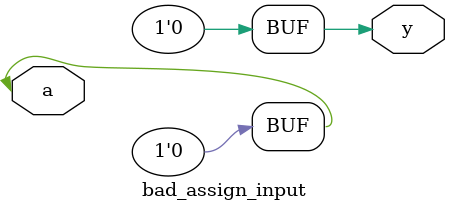
<source format=v>

module bad_assign_input (
    input a,
    output y
);

    assign a = 1'b0;   // ERROR: cannot assign to input
    assign y = a;

endmodule

</source>
